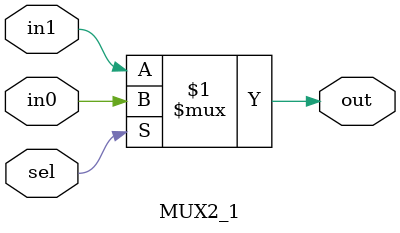
<source format=v>
module MUX2_1(out, in1, in0, sel);
output out ;
input in1,in0 ;
input sel ;
wire out ;

assign out = sel ? in0 : in1 ;
endmodule
</source>
